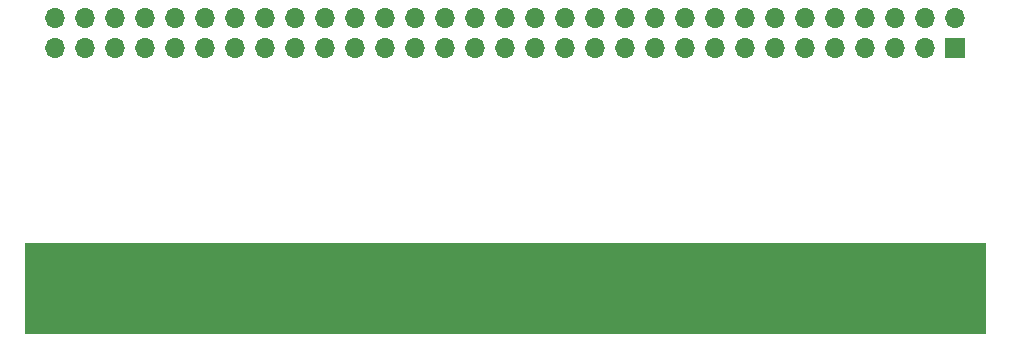
<source format=gts>
%TF.GenerationSoftware,KiCad,Pcbnew,(5.1.9)-1*%
%TF.CreationDate,2021-05-05T16:30:24+08:00*%
%TF.ProjectId,ISAtoTandyPlus,49534174-6f54-4616-9e64-79506c75732e,rev?*%
%TF.SameCoordinates,Original*%
%TF.FileFunction,Soldermask,Top*%
%TF.FilePolarity,Negative*%
%FSLAX46Y46*%
G04 Gerber Fmt 4.6, Leading zero omitted, Abs format (unit mm)*
G04 Created by KiCad (PCBNEW (5.1.9)-1) date 2021-05-05 16:30:24*
%MOMM*%
%LPD*%
G01*
G04 APERTURE LIST*
%ADD10C,0.100000*%
%ADD11R,1.700000X1.700000*%
%ADD12O,1.700000X1.700000*%
%ADD13R,1.780000X7.620000*%
G04 APERTURE END LIST*
D10*
G36*
X177800000Y-142240000D02*
G01*
X96520000Y-142240000D01*
X96520000Y-134620000D01*
X177800000Y-134620000D01*
X177800000Y-142240000D01*
G37*
X177800000Y-142240000D02*
X96520000Y-142240000D01*
X96520000Y-134620000D01*
X177800000Y-134620000D01*
X177800000Y-142240000D01*
D11*
%TO.C,J3*%
X175260000Y-118110000D03*
D12*
X175260000Y-115570000D03*
X172720000Y-118110000D03*
X172720000Y-115570000D03*
X170180000Y-118110000D03*
X170180000Y-115570000D03*
X167640000Y-118110000D03*
X167640000Y-115570000D03*
X165100000Y-118110000D03*
X165100000Y-115570000D03*
X162560000Y-118110000D03*
X162560000Y-115570000D03*
X160020000Y-118110000D03*
X160020000Y-115570000D03*
X157480000Y-118110000D03*
X157480000Y-115570000D03*
X154940000Y-118110000D03*
X154940000Y-115570000D03*
X152400000Y-118110000D03*
X152400000Y-115570000D03*
X149860000Y-118110000D03*
X149860000Y-115570000D03*
X147320000Y-118110000D03*
X147320000Y-115570000D03*
X144780000Y-118110000D03*
X144780000Y-115570000D03*
X142240000Y-118110000D03*
X142240000Y-115570000D03*
X139700000Y-118110000D03*
X139700000Y-115570000D03*
X137160000Y-118110000D03*
X137160000Y-115570000D03*
X134620000Y-118110000D03*
X134620000Y-115570000D03*
X132080000Y-118110000D03*
X132080000Y-115570000D03*
X129540000Y-118110000D03*
X129540000Y-115570000D03*
X127000000Y-118110000D03*
X127000000Y-115570000D03*
X124460000Y-118110000D03*
X124460000Y-115570000D03*
X121920000Y-118110000D03*
X121920000Y-115570000D03*
X119380000Y-118110000D03*
X119380000Y-115570000D03*
X116840000Y-118110000D03*
X116840000Y-115570000D03*
X114300000Y-118110000D03*
X114300000Y-115570000D03*
X111760000Y-118110000D03*
X111760000Y-115570000D03*
X109220000Y-118110000D03*
X109220000Y-115570000D03*
X106680000Y-118110000D03*
X106680000Y-115570000D03*
X104140000Y-118110000D03*
X104140000Y-115570000D03*
X101600000Y-118110000D03*
X101600000Y-115570000D03*
X99060000Y-118110000D03*
X99060000Y-115570000D03*
%TD*%
D13*
%TO.C,J1*%
X99060000Y-138430000D03*
X101600000Y-138430000D03*
X104140000Y-138430000D03*
X106680000Y-138430000D03*
X109220000Y-138430000D03*
X111760000Y-138430000D03*
X114300000Y-138430000D03*
X116840000Y-138430000D03*
X119380000Y-138430000D03*
X121920000Y-138430000D03*
X124460000Y-138430000D03*
X127000000Y-138430000D03*
X129540000Y-138430000D03*
X132080000Y-138430000D03*
X134620000Y-138430000D03*
X137160000Y-138430000D03*
X139700000Y-138430000D03*
X142240000Y-138430000D03*
X144780000Y-138430000D03*
X147320000Y-138430000D03*
X149860000Y-138430000D03*
X152400000Y-138430000D03*
X154940000Y-138430000D03*
X157480000Y-138430000D03*
X160020000Y-138430000D03*
X162560000Y-138430000D03*
X165100000Y-138430000D03*
X167640000Y-138430000D03*
X170180000Y-138430000D03*
X172720000Y-138430000D03*
X175260000Y-138430000D03*
%TD*%
M02*

</source>
